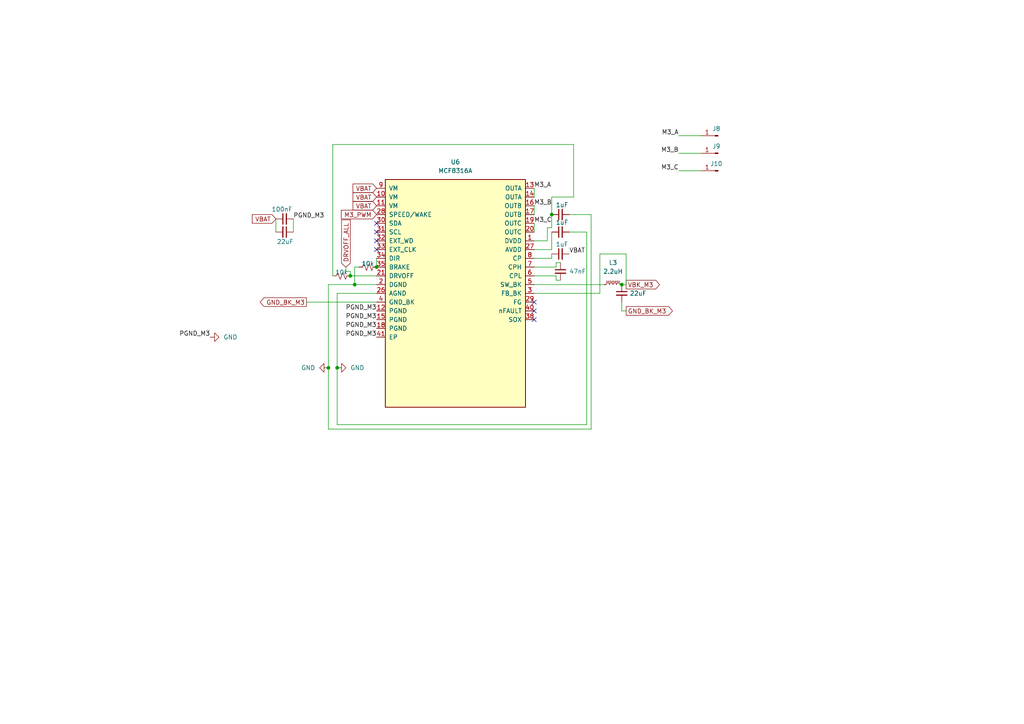
<source format=kicad_sch>
(kicad_sch (version 20250114) (generator "eeschema") (generator_version "9.0")
  (paper "A4")
  (title_block (date "2025-12-23") (rev "v1") (company "NeoDrone") (comment 1 "Made by Dulat Sarbassov") (comment 2 "dulatello08"))
  (lib_symbols
    (symbol "Connector:Conn_01x01_Pin" (pin_names (offset 1.016) (hide yes))
      (property "Reference" "J" (at 0 2.54 0))
      (property "Value" "Conn_01x01_Pin" (at 0 -2.54 0))
      (symbol "Conn_01x01_Pin_1_1"
        (rectangle (start 0.8636 0.127) (end 0 -0.127) (stroke (width 0.1524)) (fill (type outline)))
        (polyline (pts (xy 1.27 0) (xy 0.8636 0)) (stroke (width 0.1524)))
        (pin passive line (at 5.08 0 180) (length 3.81) (name "Pin_1") (number "1"))
      )
    )
    (symbol "Device:C_Small" (pin_numbers (hide yes)) (pin_names (offset 0.254) (hide yes))
      (property "Reference" "C" (at 0.254 1.778 0))
      (property "Value" "C_Small" (at 0.254 -2.032 0))
      (symbol "C_Small_0_1"
        (polyline (pts (xy -1.524 0.508) (xy 1.524 0.508)) (stroke (width 0.3048)))
        (polyline (pts (xy -1.524 -0.508) (xy 1.524 -0.508)) (stroke (width 0.3302)))
      )
      (symbol "C_Small_1_1"
        (pin passive line (at 0 2.54 270) (length 2.032) (name "~") (number "1"))
        (pin passive line (at 0 -2.54 90) (length 2.032) (name "~") (number "2"))
      )
    )
    (symbol "Device:L_Ferrite_Small" (pin_numbers (hide yes)) (pin_names (offset 0.254) (hide yes))
      (property "Reference" "L" (at 1.27 1.016 0))
      (property "Value" "L_Ferrite_Small" (at 1.27 -1.27 0))
      (symbol "L_Ferrite_Small_0_1"
        (arc (start 0 2.032) (mid 0.5058 1.524) (end 0 1.016))
        (arc (start 0 1.016) (mid 0.5058 0.508) (end 0 0))
        (arc (start 0 0) (mid 0.5058 -0.508) (end 0 -1.016))
        (arc (start 0 -1.016) (mid 0.5058 -1.524) (end 0 -2.032))
        (polyline (pts (xy 0.762 1.651) (xy 0.762 1.905)))
        (polyline (pts (xy 0.762 1.143) (xy 0.762 1.397)))
        (polyline (pts (xy 0.762 0.635) (xy 0.762 0.889)))
        (polyline (pts (xy 0.762 0.127) (xy 0.762 0.381)))
        (polyline (pts (xy 0.762 -0.381) (xy 0.762 -0.127)))
        (polyline (pts (xy 0.762 -0.889) (xy 0.762 -0.635)))
        (polyline (pts (xy 0.762 -1.397) (xy 0.762 -1.143)))
        (polyline (pts (xy 0.762 -1.905) (xy 0.762 -1.651)))
        (polyline (pts (xy 1.016 1.905) (xy 1.016 1.651)))
        (polyline (pts (xy 1.016 1.397) (xy 1.016 1.143)))
        (polyline (pts (xy 1.016 0.889) (xy 1.016 0.635)))
        (polyline (pts (xy 1.016 0.381) (xy 1.016 0.127)))
        (polyline (pts (xy 1.016 -0.127) (xy 1.016 -0.381)))
        (polyline (pts (xy 1.016 -0.635) (xy 1.016 -0.889)))
        (polyline (pts (xy 1.016 -1.143) (xy 1.016 -1.397)))
        (polyline (pts (xy 1.016 -1.651) (xy 1.016 -1.905)))
      )
      (symbol "L_Ferrite_Small_1_1"
        (pin passive line (at 0 2.54 270) (length 0.508) (name "~") (number "1"))
        (pin passive line (at 0 -2.54 90) (length 0.508) (name "~") (number "2"))
      )
    )
    (symbol "Device:R_Small_US" (pin_numbers (hide yes)) (pin_names (offset 0.254) (hide yes))
      (property "Reference" "R" (at 0.762 0.508 0))
      (property "Value" "R_Small_US" (at 0.762 -1.016 0))
      (symbol "R_Small_US_1_1"
        (polyline (pts (xy 0 1.524) (xy 1.016 1.143) (xy 0 0.762) (xy -1.016 0.381) (xy 0 0)))
        (polyline (pts (xy 0 0) (xy 1.016 -0.381) (xy 0 -0.762) (xy -1.016 -1.143) (xy 0 -1.524)))
        (pin passive line (at 0 2.54 270) (length 1.016) (name "~") (number "1"))
        (pin passive line (at 0 -2.54 90) (length 1.016) (name "~") (number "2"))
      )
    )
    (symbol "MCF8316A:MCF8316A" (pin_names (offset 1.016))
      (property "Reference" "U" (at 0 38.1 0))
      (property "Value" "MCF8316A" (at 0 -38.1 0))
      (symbol "MCF8316A_1_1"
        (rectangle (start -20.32 33.02) (end 20.32 -33.02) (stroke (width 0.254)) (fill (type background)))
        (pin power_in line (at -22.86 30.48 0) (length 2.54) (name "VM") (number "9"))
        (pin power_in line (at -22.86 27.94 0) (length 2.54) (name "VM") (number "10"))
        (pin power_in line (at -22.86 25.4 0) (length 2.54) (name "VM") (number "11"))
        (pin input line (at -22.86 22.86 0) (length 2.54) (name "SPEED/WAKE") (number "28"))
        (pin bidirectional line (at -22.86 20.32 0) (length 2.54) (name "SDA") (number "30"))
        (pin input line (at -22.86 17.78 0) (length 2.54) (name "SCL") (number "31"))
        (pin input line (at -22.86 15.24 0) (length 2.54) (name "EXT_WD") (number "32"))
        (pin input line (at -22.86 12.7 0) (length 2.54) (name "EXT_CLK") (number "33"))
        (pin input line (at -22.86 10.16 0) (length 2.54) (name "DIR") (number "34"))
        (pin input line (at -22.86 7.62 0) (length 2.54) (name "BRAKE") (number "35"))
        (pin input line (at -22.86 5.08 0) (length 2.54) (name "DRVOFF") (number "21"))
        (pin power_in line (at -22.86 2.54 0) (length 2.54) (name "DGND") (number "2"))
        (pin power_in line (at -22.86 0 0) (length 2.54) (name "AGND") (number "26"))
        (pin power_in line (at -22.86 -2.54 0) (length 2.54) (name "GND_BK") (number "4"))
        (pin power_in line (at -22.86 -5.08 0) (length 2.54) (name "PGND") (number "12"))
        (pin power_in line (at -22.86 -7.62 0) (length 2.54) (name "PGND") (number "15"))
        (pin power_in line (at -22.86 -10.16 0) (length 2.54) (name "PGND") (number "18"))
        (pin power_in line (at -22.86 -12.7 0) (length 2.54) (name "EP") (number "41"))
        (pin power_out line (at 22.86 30.48 180) (length 2.54) (name "OUTA") (number "13"))
        (pin power_out line (at 22.86 27.94 180) (length 2.54) (name "OUTA") (number "14"))
        (pin power_out line (at 22.86 25.4 180) (length 2.54) (name "OUTB") (number "16"))
        (pin power_out line (at 22.86 22.86 180) (length 2.54) (name "OUTB") (number "17"))
        (pin power_out line (at 22.86 20.32 180) (length 2.54) (name "OUTC") (number "19"))
        (pin power_out line (at 22.86 17.78 180) (length 2.54) (name "OUTC") (number "20"))
        (pin power_out line (at 22.86 15.24 180) (length 2.54) (name "DVDD") (number "1"))
        (pin power_out line (at 22.86 12.7 180) (length 2.54) (name "AVDD") (number "27"))
        (pin power_out line (at 22.86 10.16 180) (length 2.54) (name "CP") (number "8"))
        (pin passive line (at 22.86 7.62 180) (length 2.54) (name "CPH") (number "7"))
        (pin passive line (at 22.86 5.08 180) (length 2.54) (name "CPL") (number "6"))
        (pin passive line (at 22.86 2.54 180) (length 2.54) (name "SW_BK") (number "5"))
        (pin passive line (at 22.86 0 180) (length 2.54) (name "FB_BK") (number "3"))
        (pin open_collector line (at 22.86 -2.54 180) (length 2.54) (name "FG") (number "29"))
        (pin open_collector line (at 22.86 -5.08 180) (length 2.54) (name "nFAULT") (number "40"))
        (pin output line (at 22.86 -7.62 180) (length 2.54) (name "SOX") (number "38"))
      )
    )
    (symbol "power:GND" (power) (pin_numbers (hide yes)) (pin_names (offset 0) (hide yes))
      (property "Value" "GND" (at 0 -3.81 0))
      (symbol "GND_0_1"
        (polyline (pts (xy 0 0) (xy 0 -1.27) (xy 1.27 -1.27) (xy 0 -2.54) (xy -1.27 -1.27) (xy 0 -1.27)))
      )
      (symbol "GND_1_1"
        (pin power_in line (at 0 0 270) (length 0) (name "~") (number "1"))
      )
    )
  )
  (junction (at 160.02 62.23))
  (junction (at 95.25 106.68))
  (junction (at 109.22 77.47))
  (junction (at 102.87 82.55))
  (junction (at 97.79 106.68))
  (junction (at 101.6 80.01))
  (junction (at 180.34 82.55))
  (no_connect (at 109.22 69.85))
  (no_connect (at 154.94 87.63))
  (no_connect (at 109.22 67.31))
  (no_connect (at 109.22 72.39))
  (no_connect (at 154.94 90.17))
  (no_connect (at 154.94 92.71))
  (no_connect (at 109.22 64.77))
  (wire (pts (xy 97.79 106.68) (xy 97.79 85.09)))
  (wire (pts (xy 154.94 77.47) (xy 161.29 77.47)))
  (wire (pts (xy 180.34 90.17) (xy 180.34 87.63)))
  (wire (pts (xy 102.87 82.55) (xy 109.22 82.55)))
  (wire (pts (xy 203.2 49.53) (xy 196.85 49.53)))
  (wire (pts (xy 158.75 69.85) (xy 158.75 66.04)))
  (wire (pts (xy 80.01 63.5) (xy 80.01 67.31)))
  (wire (pts (xy 165.1 67.31) (xy 170.18 67.31)))
  (wire (pts (xy 162.56 81.28) (xy 161.29 81.28)))
  (wire (pts (xy 95.25 82.55) (xy 102.87 82.55)))
  (wire (pts (xy 97.79 123.19) (xy 97.79 106.68)))
  (wire (pts (xy 203.2 39.37) (xy 196.85 39.37)))
  (wire (pts (xy 173.99 73.66) (xy 181.61 73.66)))
  (wire (pts (xy 181.61 90.17) (xy 180.34 90.17)))
  (wire (pts (xy 173.99 85.09) (xy 173.99 73.66)))
  (wire (pts (xy 171.45 62.23) (xy 171.45 124.46)))
  (wire (pts (xy 85.09 63.5) (xy 85.09 67.31)))
  (wire (pts (xy 160.02 57.15) (xy 160.02 62.23)))
  (wire (pts (xy 161.29 76.2) (xy 162.56 76.2)))
  (wire (pts (xy 166.37 57.15) (xy 160.02 57.15)))
  (wire (pts (xy 166.37 41.91) (xy 96.52 41.91)))
  (wire (pts (xy 171.45 124.46) (xy 95.25 124.46)))
  (wire (pts (xy 100.33 78.74) (xy 101.6 78.74)))
  (wire (pts (xy 161.29 80.01) (xy 154.94 80.01)))
  (wire (pts (xy 160.02 66.04) (xy 160.02 62.23)))
  (wire (pts (xy 170.18 67.31) (xy 170.18 123.19)))
  (wire (pts (xy 181.61 82.55) (xy 180.34 82.55)))
  (wire (pts (xy 170.18 123.19) (xy 97.79 123.19)))
  (wire (pts (xy 203.2 44.45) (xy 196.85 44.45)))
  (wire (pts (xy 100.33 77.47) (xy 100.33 78.74)))
  (wire (pts (xy 96.52 41.91) (xy 96.52 80.01)))
  (wire (pts (xy 154.94 64.77) (xy 154.94 67.31)))
  (wire (pts (xy 102.87 77.47) (xy 102.87 82.55)))
  (wire (pts (xy 97.79 85.09) (xy 109.22 85.09)))
  (wire (pts (xy 154.94 74.93) (xy 160.02 74.93)))
  (wire (pts (xy 181.61 73.66) (xy 181.61 82.55)))
  (wire (pts (xy 102.87 77.47) (xy 104.14 77.47)))
  (wire (pts (xy 160.02 67.31) (xy 160.02 72.39)))
  (wire (pts (xy 154.94 72.39) (xy 160.02 72.39)))
  (wire (pts (xy 95.25 124.46) (xy 95.25 106.68)))
  (wire (pts (xy 101.6 78.74) (xy 101.6 80.01)))
  (wire (pts (xy 154.94 85.09) (xy 173.99 85.09)))
  (wire (pts (xy 154.94 59.69) (xy 154.94 62.23)))
  (wire (pts (xy 101.6 80.01) (xy 109.22 80.01)))
  (wire (pts (xy 95.25 106.68) (xy 95.25 82.55)))
  (wire (pts (xy 109.22 74.93) (xy 109.22 77.47)))
  (wire (pts (xy 161.29 77.47) (xy 161.29 76.2)))
  (wire (pts (xy 166.37 41.91) (xy 166.37 57.15)))
  (wire (pts (xy 154.94 54.61) (xy 154.94 57.15)))
  (wire (pts (xy 165.1 62.23) (xy 171.45 62.23)))
  (wire (pts (xy 154.94 82.55) (xy 175.26 82.55)))
  (wire (pts (xy 88.9 87.63) (xy 109.22 87.63)))
  (wire (pts (xy 158.75 66.04) (xy 160.02 66.04)))
  (wire (pts (xy 161.29 81.28) (xy 161.29 80.01)))
  (wire (pts (xy 154.94 69.85) (xy 158.75 69.85)))
  (wire (pts (xy 160.02 74.93) (xy 160.02 73.66)))
  (label "PGND_M3" (at 109.22 92.71 180))
  (label "PGND_M3" (at 109.22 90.17 180))
  (label "PGND_M3" (at 109.22 95.25 180))
  (label "PGND_M3" (at 109.22 97.79 180))
  (label "VBAT" (at 165.1 73.66 0))
  (label "PGND_M3" (at 85.09 63.5 0))
  (label "M3_B" (at 196.85 44.45 180))
  (label "M3_A" (at 196.85 39.37 180))
  (label "PGND_M3" (at 60.96 97.79 180))
  (label "M3_C" (at 196.85 49.53 180))
  (label "M3_C" (at 154.94 64.77 0))
  (label "M3_B" (at 154.94 59.69 0))
  (label "M3_A" (at 154.94 54.61 0))
  (global_label "VBAT" (shape input) (at 109.22 59.69 180) (property "Intersheetrefs" "${INTERSHEET_REFS}" (effects (hide yes))))
  (global_label "GND_BK_M3" (shape output) (at 88.9 87.63 180) (property "Intersheetrefs" "${INTERSHEET_REFS}" (effects (hide yes))))
  (global_label "VBAT" (shape input) (at 109.22 54.61 180) (property "Intersheetrefs" "${INTERSHEET_REFS}" (effects (hide yes))))
  (global_label "DRVOFF_ALL" (shape input) (at 100.33 77.47 90) (property "Intersheetrefs" "${INTERSHEET_REFS}" (effects (hide yes))))
  (global_label "M3_PWM" (shape input) (at 109.22 62.23 180) (property "Intersheetrefs" "${INTERSHEET_REFS}" (effects (hide yes))))
  (global_label "VBAT" (shape input) (at 109.22 57.15 180) (property "Intersheetrefs" "${INTERSHEET_REFS}" (effects (hide yes))))
  (global_label "VBK_M3" (shape output) (at 181.61 82.55 0) (property "Intersheetrefs" "${INTERSHEET_REFS}" (effects (hide yes))))
  (global_label "VBAT" (shape input) (at 80.01 63.5 180) (property "Intersheetrefs" "${INTERSHEET_REFS}" (effects (hide yes))))
  (global_label "GND_BK_M3" (shape output) (at 181.61 90.17 0) (property "Intersheetrefs" "${INTERSHEET_REFS}" (effects (hide yes))))
  (symbol (lib_id "Device:C_Small") (at 180.34 85.09 0) (unit 1)
    (property "Reference" "C34" (effects (hide yes)))
    (property "Value" "22uF" (at 182.626 85.09 0) (effects (justify left)))
    (property "Footprint" "Capacitor_SMD:C_1206_3216Metric_Pad1.33x1.80mm_HandSolder" (effects (hide yes)))
    (property "Description" "Unpolarized capacitor, small symbol" (effects (hide yes)))
  )
  (symbol (lib_id "Device:R_Small_US") (at 99.06 80.01 90) (unit 1)
    (property "Reference" "R10" (effects (hide yes)))
    (property "Value" "10k" (at 99.06 78.994 90))
    (property "Footprint" "Resistor_SMD:R_0603_1608Metric_Pad0.98x0.95mm_HandSolder" (effects (hide yes)))
    (property "Description" "Resistor, small US symbol" (effects (hide yes)))
  )
  (symbol (lib_id "Device:L_Ferrite_Small") (at 177.8 82.55 90) (unit 1)
    (property "Reference" "L3" (at 177.8 76.2 90))
    (property "Value" "2.2uH" (at 177.8 78.74 90))
    (property "Footprint" "Inductor_SMD:L_1008_2520Metric_Pad1.43x2.20mm_HandSolder" (effects (hide yes)))
    (property "Description" "Inductor with ferrite core, small symbol" (effects (hide yes)))
  )
  (symbol (lib_id "Device:C_Small") (at 162.56 78.74 0) (unit 1)
    (property "Reference" "C33" (effects (hide yes)))
    (property "Value" "47nF" (at 165.1 78.74 0) (effects (justify left)))
    (property "Footprint" "Capacitor_SMD:C_0603_1608Metric_Pad1.08x0.95mm_HandSolder" (effects (hide yes)))
    (property "Description" "Unpolarized capacitor, small symbol" (effects (hide yes)))
  )
  (symbol (lib_id "MCF8316A:MCF8316A") (at 132.08 85.09 0) (unit 1)
    (property "Reference" "U6" (at 132.08 46.99 0))
    (property "Value" "MCF8316A" (at 132.08 49.53 0))
    (property "Footprint" "MCF8316:MCF8316A_RGF0040E_VQFN-40-1EP_7x5mm_P0.5mm_EP5.5x3.5mm" (effects (hide yes)))
  )
  (symbol (lib_id "Device:C_Small") (at 162.56 62.23 90) (unit 1)
    (property "Reference" "C30" (effects (hide yes)))
    (property "Value" "1uF" (at 164.846 59.436 90) (effects (justify left)))
    (property "Footprint" "Capacitor_SMD:C_0603_1608Metric_Pad1.08x0.95mm_HandSolder" (effects (hide yes)))
    (property "Description" "Unpolarized capacitor, small symbol" (effects (hide yes)))
  )
  (symbol (lib_id "Device:R_Small_US") (at 106.68 77.47 90) (unit 1)
    (property "Reference" "R12" (effects (hide yes)))
    (property "Value" "10k" (at 106.68 76.454 90))
    (property "Footprint" "Resistor_SMD:R_0603_1608Metric_Pad0.98x0.95mm_HandSolder" (effects (hide yes)))
    (property "Description" "Resistor, small US symbol" (effects (hide yes)))
  )
  (symbol (lib_id "Connector:Conn_01x01_Pin") (at 208.28 44.45 180) (unit 1) (in_bom no)
    (property "Reference" "J9" (at 207.772 42.418 0))
    (property "Value" "SolderWirePad_1x01_SMD_3x6mm" (effects (hide yes)))
    (property "Footprint" "Connector_Wire:SolderWirePad_1x01_SMD_3x6mm" (effects (hide yes)))
  )
  (symbol (lib_id "Device:C_Small") (at 162.56 67.31 90) (unit 1)
    (property "Reference" "C31" (effects (hide yes)))
    (property "Value" "1uF" (at 164.846 64.516 90) (effects (justify left)))
    (property "Footprint" "Capacitor_SMD:C_0603_1608Metric_Pad1.08x0.95mm_HandSolder" (effects (hide yes)))
    (property "Description" "Unpolarized capacitor, small symbol" (effects (hide yes)))
  )
  (symbol (lib_id "power:GND") (at 97.79 106.68 90) (unit 1)
    (property "Reference" "#PWR033" (effects (hide yes)))
    (property "Value" "GND" (at 101.6 106.6799 90) (effects (justify right)))
    (property "Description" "Power symbol creates a global label with name \"GND\" , ground" (effects (hide yes)))
  )
  (symbol (lib_id "power:GND") (at 60.96 97.79 90) (unit 1)
    (property "Reference" "#PWR026" (effects (hide yes)))
    (property "Value" "GND" (at 64.77 97.7899 90) (effects (justify right)))
    (property "Description" "Power symbol creates a global label with name \"GND\" , ground" (effects (hide yes)))
  )
  (symbol (lib_id "Connector:Conn_01x01_Pin") (at 208.28 39.37 180) (unit 1) (in_bom no)
    (property "Reference" "J8" (at 207.772 37.338 0))
    (property "Value" "SolderWirePad_1x01_SMD_3x6mm" (effects (hide yes)))
    (property "Footprint" "Connector_Wire:SolderWirePad_1x01_SMD_3x6mm" (effects (hide yes)))
  )
  (symbol (lib_id "Device:C_Small") (at 82.55 67.31 270) (unit 1)
    (property "Reference" "C29" (effects (hide yes)))
    (property "Value" "22uF" (at 80.264 70.104 90) (effects (justify left)))
    (property "Footprint" "Capacitor_SMD:C_1206_3216Metric_Pad1.33x1.80mm_HandSolder" (effects (hide yes)))
    (property "Description" "Unpolarized capacitor, small symbol" (effects (hide yes)))
  )
  (symbol (lib_id "power:GND") (at 95.25 106.68 270) (unit 1)
    (property "Reference" "#PWR032" (effects (hide yes)))
    (property "Value" "GND" (at 91.44 106.6799 90) (effects (justify right)))
    (property "Description" "Power symbol creates a global label with name \"GND\" , ground" (effects (hide yes)))
  )
  (symbol (lib_id "Device:C_Small") (at 162.56 73.66 90) (unit 1)
    (property "Reference" "C32" (effects (hide yes)))
    (property "Value" "1uF" (at 164.846 70.866 90) (effects (justify left)))
    (property "Footprint" "Capacitor_SMD:C_0603_1608Metric_Pad1.08x0.95mm_HandSolder" (effects (hide yes)))
    (property "Description" "Unpolarized capacitor, small symbol" (effects (hide yes)))
  )
  (symbol (lib_id "Device:C_Small") (at 82.55 63.5 90) (unit 1)
    (property "Reference" "C28" (effects (hide yes)))
    (property "Value" "100nF" (at 84.836 60.706 90) (effects (justify left)))
    (property "Footprint" "Capacitor_SMD:C_0603_1608Metric_Pad1.08x0.95mm_HandSolder" (effects (hide yes)))
    (property "Description" "Unpolarized capacitor, small symbol" (effects (hide yes)))
  )
  (symbol (lib_id "Connector:Conn_01x01_Pin") (at 208.28 49.53 180) (unit 1) (in_bom no)
    (property "Reference" "J10" (at 207.772 47.498 0))
    (property "Value" "SolderWirePad_1x01_SMD_3x6mm" (effects (hide yes)))
    (property "Footprint" "Connector_Wire:SolderWirePad_1x01_SMD_3x6mm" (effects (hide yes)))
  )
)
</source>
